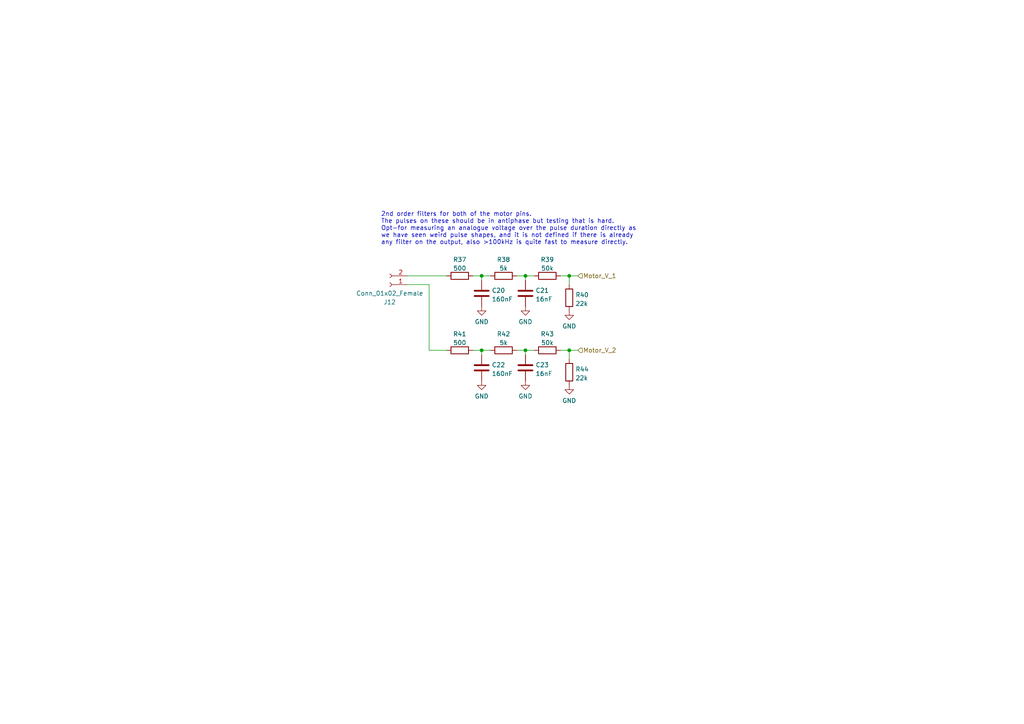
<source format=kicad_sch>
(kicad_sch (version 20211123) (generator eeschema)

  (uuid 2ace82ec-2919-4163-8455-5de7dde1de47)

  (paper "A4")

  (lib_symbols
    (symbol "Connector:Conn_01x02_Female" (pin_names (offset 1.016) hide) (in_bom yes) (on_board yes)
      (property "Reference" "J" (id 0) (at 0 2.54 0)
        (effects (font (size 1.27 1.27)))
      )
      (property "Value" "Conn_01x02_Female" (id 1) (at 0 -5.08 0)
        (effects (font (size 1.27 1.27)))
      )
      (property "Footprint" "" (id 2) (at 0 0 0)
        (effects (font (size 1.27 1.27)) hide)
      )
      (property "Datasheet" "~" (id 3) (at 0 0 0)
        (effects (font (size 1.27 1.27)) hide)
      )
      (property "ki_keywords" "connector" (id 4) (at 0 0 0)
        (effects (font (size 1.27 1.27)) hide)
      )
      (property "ki_description" "Generic connector, single row, 01x02, script generated (kicad-library-utils/schlib/autogen/connector/)" (id 5) (at 0 0 0)
        (effects (font (size 1.27 1.27)) hide)
      )
      (property "ki_fp_filters" "Connector*:*_1x??_*" (id 6) (at 0 0 0)
        (effects (font (size 1.27 1.27)) hide)
      )
      (symbol "Conn_01x02_Female_1_1"
        (arc (start 0 -2.032) (mid -0.508 -2.54) (end 0 -3.048)
          (stroke (width 0.1524) (type default) (color 0 0 0 0))
          (fill (type none))
        )
        (polyline
          (pts
            (xy -1.27 -2.54)
            (xy -0.508 -2.54)
          )
          (stroke (width 0.1524) (type default) (color 0 0 0 0))
          (fill (type none))
        )
        (polyline
          (pts
            (xy -1.27 0)
            (xy -0.508 0)
          )
          (stroke (width 0.1524) (type default) (color 0 0 0 0))
          (fill (type none))
        )
        (arc (start 0 0.508) (mid -0.508 0) (end 0 -0.508)
          (stroke (width 0.1524) (type default) (color 0 0 0 0))
          (fill (type none))
        )
        (pin passive line (at -5.08 0 0) (length 3.81)
          (name "Pin_1" (effects (font (size 1.27 1.27))))
          (number "1" (effects (font (size 1.27 1.27))))
        )
        (pin passive line (at -5.08 -2.54 0) (length 3.81)
          (name "Pin_2" (effects (font (size 1.27 1.27))))
          (number "2" (effects (font (size 1.27 1.27))))
        )
      )
    )
    (symbol "Device:C" (pin_numbers hide) (pin_names (offset 0.254)) (in_bom yes) (on_board yes)
      (property "Reference" "C" (id 0) (at 0.635 2.54 0)
        (effects (font (size 1.27 1.27)) (justify left))
      )
      (property "Value" "C" (id 1) (at 0.635 -2.54 0)
        (effects (font (size 1.27 1.27)) (justify left))
      )
      (property "Footprint" "" (id 2) (at 0.9652 -3.81 0)
        (effects (font (size 1.27 1.27)) hide)
      )
      (property "Datasheet" "~" (id 3) (at 0 0 0)
        (effects (font (size 1.27 1.27)) hide)
      )
      (property "ki_keywords" "cap capacitor" (id 4) (at 0 0 0)
        (effects (font (size 1.27 1.27)) hide)
      )
      (property "ki_description" "Unpolarized capacitor" (id 5) (at 0 0 0)
        (effects (font (size 1.27 1.27)) hide)
      )
      (property "ki_fp_filters" "C_*" (id 6) (at 0 0 0)
        (effects (font (size 1.27 1.27)) hide)
      )
      (symbol "C_0_1"
        (polyline
          (pts
            (xy -2.032 -0.762)
            (xy 2.032 -0.762)
          )
          (stroke (width 0.508) (type default) (color 0 0 0 0))
          (fill (type none))
        )
        (polyline
          (pts
            (xy -2.032 0.762)
            (xy 2.032 0.762)
          )
          (stroke (width 0.508) (type default) (color 0 0 0 0))
          (fill (type none))
        )
      )
      (symbol "C_1_1"
        (pin passive line (at 0 3.81 270) (length 2.794)
          (name "~" (effects (font (size 1.27 1.27))))
          (number "1" (effects (font (size 1.27 1.27))))
        )
        (pin passive line (at 0 -3.81 90) (length 2.794)
          (name "~" (effects (font (size 1.27 1.27))))
          (number "2" (effects (font (size 1.27 1.27))))
        )
      )
    )
    (symbol "Device:R" (pin_numbers hide) (pin_names (offset 0)) (in_bom yes) (on_board yes)
      (property "Reference" "R" (id 0) (at 2.032 0 90)
        (effects (font (size 1.27 1.27)))
      )
      (property "Value" "R" (id 1) (at 0 0 90)
        (effects (font (size 1.27 1.27)))
      )
      (property "Footprint" "" (id 2) (at -1.778 0 90)
        (effects (font (size 1.27 1.27)) hide)
      )
      (property "Datasheet" "~" (id 3) (at 0 0 0)
        (effects (font (size 1.27 1.27)) hide)
      )
      (property "ki_keywords" "R res resistor" (id 4) (at 0 0 0)
        (effects (font (size 1.27 1.27)) hide)
      )
      (property "ki_description" "Resistor" (id 5) (at 0 0 0)
        (effects (font (size 1.27 1.27)) hide)
      )
      (property "ki_fp_filters" "R_*" (id 6) (at 0 0 0)
        (effects (font (size 1.27 1.27)) hide)
      )
      (symbol "R_0_1"
        (rectangle (start -1.016 -2.54) (end 1.016 2.54)
          (stroke (width 0.254) (type default) (color 0 0 0 0))
          (fill (type none))
        )
      )
      (symbol "R_1_1"
        (pin passive line (at 0 3.81 270) (length 1.27)
          (name "~" (effects (font (size 1.27 1.27))))
          (number "1" (effects (font (size 1.27 1.27))))
        )
        (pin passive line (at 0 -3.81 90) (length 1.27)
          (name "~" (effects (font (size 1.27 1.27))))
          (number "2" (effects (font (size 1.27 1.27))))
        )
      )
    )
    (symbol "power:GND" (power) (pin_names (offset 0)) (in_bom yes) (on_board yes)
      (property "Reference" "#PWR" (id 0) (at 0 -6.35 0)
        (effects (font (size 1.27 1.27)) hide)
      )
      (property "Value" "GND" (id 1) (at 0 -3.81 0)
        (effects (font (size 1.27 1.27)))
      )
      (property "Footprint" "" (id 2) (at 0 0 0)
        (effects (font (size 1.27 1.27)) hide)
      )
      (property "Datasheet" "" (id 3) (at 0 0 0)
        (effects (font (size 1.27 1.27)) hide)
      )
      (property "ki_keywords" "power-flag" (id 4) (at 0 0 0)
        (effects (font (size 1.27 1.27)) hide)
      )
      (property "ki_description" "Power symbol creates a global label with name \"GND\" , ground" (id 5) (at 0 0 0)
        (effects (font (size 1.27 1.27)) hide)
      )
      (symbol "GND_0_1"
        (polyline
          (pts
            (xy 0 0)
            (xy 0 -1.27)
            (xy 1.27 -1.27)
            (xy 0 -2.54)
            (xy -1.27 -1.27)
            (xy 0 -1.27)
          )
          (stroke (width 0) (type default) (color 0 0 0 0))
          (fill (type none))
        )
      )
      (symbol "GND_1_1"
        (pin power_in line (at 0 0 270) (length 0) hide
          (name "GND" (effects (font (size 1.27 1.27))))
          (number "1" (effects (font (size 1.27 1.27))))
        )
      )
    )
  )

  (junction (at 139.7 101.6) (diameter 0) (color 0 0 0 0)
    (uuid 03e4a259-be24-4868-856a-599449779656)
  )
  (junction (at 152.4 80.01) (diameter 0) (color 0 0 0 0)
    (uuid 0ce488f0-80f0-48e9-a161-c8873082bd3c)
  )
  (junction (at 165.1 101.6) (diameter 0) (color 0 0 0 0)
    (uuid 5408c619-adaa-4c99-9b4e-24c2c5e4629e)
  )
  (junction (at 152.4 101.6) (diameter 0) (color 0 0 0 0)
    (uuid 7cad5c87-1f9e-42c5-a60a-f0768da261c1)
  )
  (junction (at 165.1 80.01) (diameter 0) (color 0 0 0 0)
    (uuid 9cfca506-fd31-4b5a-906e-36afde40e08e)
  )
  (junction (at 139.7 80.01) (diameter 0) (color 0 0 0 0)
    (uuid de5a4384-2eb3-4155-9981-9d7504a43563)
  )

  (wire (pts (xy 152.4 101.6) (xy 152.4 102.87))
    (stroke (width 0) (type default) (color 0 0 0 0))
    (uuid 02114f20-ecb2-4f8a-90e3-4a8fa34cf76d)
  )
  (wire (pts (xy 152.4 101.6) (xy 154.94 101.6))
    (stroke (width 0) (type default) (color 0 0 0 0))
    (uuid 08baa9d4-6c3b-4f75-b8f1-aa58bad25f6e)
  )
  (wire (pts (xy 149.86 80.01) (xy 152.4 80.01))
    (stroke (width 0) (type default) (color 0 0 0 0))
    (uuid 12b6c000-bde8-41e1-b09e-11e7287f1118)
  )
  (wire (pts (xy 165.1 80.01) (xy 167.64 80.01))
    (stroke (width 0) (type default) (color 0 0 0 0))
    (uuid 25f2db8f-0b4f-408b-8df3-44e9e26a14b3)
  )
  (wire (pts (xy 139.7 101.6) (xy 139.7 102.87))
    (stroke (width 0) (type default) (color 0 0 0 0))
    (uuid 4621f149-61cb-4c40-8b3c-575335091b66)
  )
  (wire (pts (xy 152.4 80.01) (xy 152.4 81.28))
    (stroke (width 0) (type default) (color 0 0 0 0))
    (uuid 67435dde-c93a-40ce-a552-05c926ef91e2)
  )
  (wire (pts (xy 165.1 101.6) (xy 167.64 101.6))
    (stroke (width 0) (type default) (color 0 0 0 0))
    (uuid 6ca55227-3ce0-4427-9bf0-316be3d703ec)
  )
  (wire (pts (xy 139.7 101.6) (xy 142.24 101.6))
    (stroke (width 0) (type default) (color 0 0 0 0))
    (uuid 6d1dc9d3-e2c1-4bb1-8273-f536b93c65f6)
  )
  (wire (pts (xy 162.56 80.01) (xy 165.1 80.01))
    (stroke (width 0) (type default) (color 0 0 0 0))
    (uuid 74b3bc39-b1b4-4d90-9429-1ae0ae21a422)
  )
  (wire (pts (xy 124.46 101.6) (xy 129.54 101.6))
    (stroke (width 0) (type default) (color 0 0 0 0))
    (uuid 750553f5-caa5-4f80-b4ab-fc618ae7a9e8)
  )
  (wire (pts (xy 124.46 82.55) (xy 124.46 101.6))
    (stroke (width 0) (type default) (color 0 0 0 0))
    (uuid 79c12ca9-7afc-424a-be33-bb51f6afa64a)
  )
  (wire (pts (xy 149.86 101.6) (xy 152.4 101.6))
    (stroke (width 0) (type default) (color 0 0 0 0))
    (uuid 876f2e74-6c88-49dd-b0af-fd349ac92c10)
  )
  (wire (pts (xy 152.4 80.01) (xy 154.94 80.01))
    (stroke (width 0) (type default) (color 0 0 0 0))
    (uuid 8e219be8-d067-4769-aa1e-f50e8ed40c47)
  )
  (wire (pts (xy 139.7 80.01) (xy 142.24 80.01))
    (stroke (width 0) (type default) (color 0 0 0 0))
    (uuid 91a46eab-68a7-4f1a-a0d6-fb102e3ccbc1)
  )
  (wire (pts (xy 165.1 80.01) (xy 165.1 82.55))
    (stroke (width 0) (type default) (color 0 0 0 0))
    (uuid 9564241b-55b8-4eda-bba0-7b1ee414977d)
  )
  (wire (pts (xy 162.56 101.6) (xy 165.1 101.6))
    (stroke (width 0) (type default) (color 0 0 0 0))
    (uuid 95de1515-15df-431c-804a-7a1c64b413ad)
  )
  (wire (pts (xy 137.16 80.01) (xy 139.7 80.01))
    (stroke (width 0) (type default) (color 0 0 0 0))
    (uuid a8d530c2-6e28-4eea-b402-153eb1963381)
  )
  (wire (pts (xy 118.11 80.01) (xy 129.54 80.01))
    (stroke (width 0) (type default) (color 0 0 0 0))
    (uuid b8c89b3a-f914-4364-9f5f-b87c2b324c6c)
  )
  (wire (pts (xy 118.11 82.55) (xy 124.46 82.55))
    (stroke (width 0) (type default) (color 0 0 0 0))
    (uuid c716f469-ed03-4536-b3d2-cf475f550be9)
  )
  (wire (pts (xy 139.7 80.01) (xy 139.7 81.28))
    (stroke (width 0) (type default) (color 0 0 0 0))
    (uuid cdc62eb0-2c0c-4cbd-bcd3-f0ccd6a7b372)
  )
  (wire (pts (xy 165.1 101.6) (xy 165.1 104.14))
    (stroke (width 0) (type default) (color 0 0 0 0))
    (uuid e2ed327d-1e1f-4926-8660-694a47352c5f)
  )
  (wire (pts (xy 137.16 101.6) (xy 139.7 101.6))
    (stroke (width 0) (type default) (color 0 0 0 0))
    (uuid efb28f3c-720a-4a24-bb89-9a894ef5e171)
  )

  (text "2nd order filters for both of the motor pins.\nThe pulses on these should be in antiphase but testing that is hard.\nOpt-for measuring an analogue voltage over the pulse duration directly as\nwe have seen weird pulse shapes, and it is not defined if there is already\nany filter on the output, also >100kHz is quite fast to measure directly."
    (at 110.49 71.12 0)
    (effects (font (size 1.27 1.27)) (justify left bottom))
    (uuid e82beee5-4d0d-4812-b774-c7c3844e3089)
  )

  (hierarchical_label "Motor_V_2" (shape input) (at 167.64 101.6 0)
    (effects (font (size 1.27 1.27)) (justify left))
    (uuid 6a6e344f-c12e-43ed-8241-ff70fa9b83ea)
  )
  (hierarchical_label "Motor_V_1" (shape input) (at 167.64 80.01 0)
    (effects (font (size 1.27 1.27)) (justify left))
    (uuid 8f58a583-408f-410e-bc90-3e63ee87e9c5)
  )

  (symbol (lib_id "Device:C") (at 139.7 106.68 0)
    (in_bom yes) (on_board yes) (fields_autoplaced)
    (uuid 1cb7b4ed-6348-487e-9c4c-4a7890a1d574)
    (property "Reference" "C22" (id 0) (at 142.621 105.8453 0)
      (effects (font (size 1.27 1.27)) (justify left))
    )
    (property "Value" "160nF" (id 1) (at 142.621 108.3822 0)
      (effects (font (size 1.27 1.27)) (justify left))
    )
    (property "Footprint" "" (id 2) (at 140.6652 110.49 0)
      (effects (font (size 1.27 1.27)) hide)
    )
    (property "Datasheet" "~" (id 3) (at 139.7 106.68 0)
      (effects (font (size 1.27 1.27)) hide)
    )
    (pin "1" (uuid be18c44b-1f2b-4e99-9727-7360e388e6fb))
    (pin "2" (uuid 713b6cdc-433b-4a7f-99ae-be9d4be435ce))
  )

  (symbol (lib_id "power:GND") (at 152.4 88.9 0)
    (in_bom yes) (on_board yes) (fields_autoplaced)
    (uuid 1ce6a8ab-b068-44a4-bae0-a8528e9ea956)
    (property "Reference" "#PWR044" (id 0) (at 152.4 95.25 0)
      (effects (font (size 1.27 1.27)) hide)
    )
    (property "Value" "GND" (id 1) (at 152.4 93.3434 0))
    (property "Footprint" "" (id 2) (at 152.4 88.9 0)
      (effects (font (size 1.27 1.27)) hide)
    )
    (property "Datasheet" "" (id 3) (at 152.4 88.9 0)
      (effects (font (size 1.27 1.27)) hide)
    )
    (pin "1" (uuid 1018e5c0-ed78-46d8-be56-d3543c5e0f11))
  )

  (symbol (lib_id "Device:C") (at 152.4 85.09 0)
    (in_bom yes) (on_board yes) (fields_autoplaced)
    (uuid 1e8b57b8-0f8d-4052-acc2-14d1e8c9b5f6)
    (property "Reference" "C21" (id 0) (at 155.321 84.2553 0)
      (effects (font (size 1.27 1.27)) (justify left))
    )
    (property "Value" "16nF" (id 1) (at 155.321 86.7922 0)
      (effects (font (size 1.27 1.27)) (justify left))
    )
    (property "Footprint" "" (id 2) (at 153.3652 88.9 0)
      (effects (font (size 1.27 1.27)) hide)
    )
    (property "Datasheet" "~" (id 3) (at 152.4 85.09 0)
      (effects (font (size 1.27 1.27)) hide)
    )
    (pin "1" (uuid bf5a7336-5048-44e3-83a5-3ec2100645a6))
    (pin "2" (uuid 33a05925-2dba-4b34-a35c-d53db40698b7))
  )

  (symbol (lib_id "Device:R") (at 158.75 80.01 90)
    (in_bom yes) (on_board yes) (fields_autoplaced)
    (uuid 288269b3-9427-4d3a-9b9c-fbad3ecd4ef6)
    (property "Reference" "R39" (id 0) (at 158.75 75.2942 90))
    (property "Value" "50k" (id 1) (at 158.75 77.8311 90))
    (property "Footprint" "" (id 2) (at 158.75 81.788 90)
      (effects (font (size 1.27 1.27)) hide)
    )
    (property "Datasheet" "~" (id 3) (at 158.75 80.01 0)
      (effects (font (size 1.27 1.27)) hide)
    )
    (pin "1" (uuid d49231a6-7dd0-45f7-b853-73e2b6d45805))
    (pin "2" (uuid 68be84dd-9dce-4c01-81be-aabb95accfb5))
  )

  (symbol (lib_id "Device:R") (at 133.35 101.6 90)
    (in_bom yes) (on_board yes) (fields_autoplaced)
    (uuid 2bcbacc3-3a7d-4f59-a1b4-17eef335fad9)
    (property "Reference" "R41" (id 0) (at 133.35 96.8842 90))
    (property "Value" "500" (id 1) (at 133.35 99.4211 90))
    (property "Footprint" "" (id 2) (at 133.35 103.378 90)
      (effects (font (size 1.27 1.27)) hide)
    )
    (property "Datasheet" "~" (id 3) (at 133.35 101.6 0)
      (effects (font (size 1.27 1.27)) hide)
    )
    (pin "1" (uuid d58f3d6d-728e-4146-b372-4ab2eacd89e7))
    (pin "2" (uuid 78b12813-541b-4773-986f-74705c866bcf))
  )

  (symbol (lib_id "Connector:Conn_01x02_Female") (at 113.03 82.55 180)
    (in_bom yes) (on_board yes)
    (uuid 2ff47ef0-ad9f-43dc-a5f8-26b197a35924)
    (property "Reference" "J12" (id 0) (at 113.03 87.63 0))
    (property "Value" "Conn_01x02_Female" (id 1) (at 113.03 85.09 0))
    (property "Footprint" "" (id 2) (at 113.03 82.55 0)
      (effects (font (size 1.27 1.27)) hide)
    )
    (property "Datasheet" "~" (id 3) (at 113.03 82.55 0)
      (effects (font (size 1.27 1.27)) hide)
    )
    (pin "1" (uuid 46e9d9ed-8f0b-4a4f-be31-7ee05ebbd10d))
    (pin "2" (uuid f0f1dbf9-cfb4-40d6-b8b0-73ab8d88a248))
  )

  (symbol (lib_id "Device:R") (at 146.05 80.01 90)
    (in_bom yes) (on_board yes) (fields_autoplaced)
    (uuid 34fd8d1a-f6a6-4608-9d42-0c88ad173072)
    (property "Reference" "R38" (id 0) (at 146.05 75.2942 90))
    (property "Value" "5k" (id 1) (at 146.05 77.8311 90))
    (property "Footprint" "" (id 2) (at 146.05 81.788 90)
      (effects (font (size 1.27 1.27)) hide)
    )
    (property "Datasheet" "~" (id 3) (at 146.05 80.01 0)
      (effects (font (size 1.27 1.27)) hide)
    )
    (pin "1" (uuid f2761729-a859-414e-8d2f-dbe039daf844))
    (pin "2" (uuid aa9f394b-301a-40a1-9f78-23860cd028e5))
  )

  (symbol (lib_id "Device:C") (at 152.4 106.68 0)
    (in_bom yes) (on_board yes) (fields_autoplaced)
    (uuid 4ae45ac8-3376-4ccc-bc8e-0394429668ff)
    (property "Reference" "C23" (id 0) (at 155.321 105.8453 0)
      (effects (font (size 1.27 1.27)) (justify left))
    )
    (property "Value" "16nF" (id 1) (at 155.321 108.3822 0)
      (effects (font (size 1.27 1.27)) (justify left))
    )
    (property "Footprint" "" (id 2) (at 153.3652 110.49 0)
      (effects (font (size 1.27 1.27)) hide)
    )
    (property "Datasheet" "~" (id 3) (at 152.4 106.68 0)
      (effects (font (size 1.27 1.27)) hide)
    )
    (pin "1" (uuid 63545e98-9e09-4386-9d55-f0ea69065b2f))
    (pin "2" (uuid 1303e071-a1f6-4112-b368-578455fd7dd4))
  )

  (symbol (lib_id "Device:R") (at 133.35 80.01 90)
    (in_bom yes) (on_board yes) (fields_autoplaced)
    (uuid 4d4d3da5-1806-4da9-9020-cd322239dcb0)
    (property "Reference" "R37" (id 0) (at 133.35 75.2942 90))
    (property "Value" "500" (id 1) (at 133.35 77.8311 90))
    (property "Footprint" "" (id 2) (at 133.35 81.788 90)
      (effects (font (size 1.27 1.27)) hide)
    )
    (property "Datasheet" "~" (id 3) (at 133.35 80.01 0)
      (effects (font (size 1.27 1.27)) hide)
    )
    (pin "1" (uuid 36205690-77c8-4d41-a11e-e2acdd7b881f))
    (pin "2" (uuid 5e661f81-53e7-4f9b-86c4-4d61d36dad0f))
  )

  (symbol (lib_id "Device:R") (at 165.1 86.36 180)
    (in_bom yes) (on_board yes) (fields_autoplaced)
    (uuid 58a2b0c8-3ddc-410c-b2e7-901646ba5c6c)
    (property "Reference" "R40" (id 0) (at 166.878 85.5253 0)
      (effects (font (size 1.27 1.27)) (justify right))
    )
    (property "Value" "22k" (id 1) (at 166.878 88.0622 0)
      (effects (font (size 1.27 1.27)) (justify right))
    )
    (property "Footprint" "" (id 2) (at 166.878 86.36 90)
      (effects (font (size 1.27 1.27)) hide)
    )
    (property "Datasheet" "~" (id 3) (at 165.1 86.36 0)
      (effects (font (size 1.27 1.27)) hide)
    )
    (pin "1" (uuid ec33a2b4-35a6-49ae-a8f3-471befcb4297))
    (pin "2" (uuid 2f340399-6f5e-4f99-aecf-d28625e68a62))
  )

  (symbol (lib_id "power:GND") (at 165.1 111.76 0)
    (in_bom yes) (on_board yes) (fields_autoplaced)
    (uuid 7ab8adb7-01c9-4cb3-9450-6de955516f7e)
    (property "Reference" "#PWR048" (id 0) (at 165.1 118.11 0)
      (effects (font (size 1.27 1.27)) hide)
    )
    (property "Value" "GND" (id 1) (at 165.1 116.2034 0))
    (property "Footprint" "" (id 2) (at 165.1 111.76 0)
      (effects (font (size 1.27 1.27)) hide)
    )
    (property "Datasheet" "" (id 3) (at 165.1 111.76 0)
      (effects (font (size 1.27 1.27)) hide)
    )
    (pin "1" (uuid 68bf3327-0271-4f5d-a880-fa6ea9c57cd1))
  )

  (symbol (lib_id "power:GND") (at 139.7 88.9 0)
    (in_bom yes) (on_board yes) (fields_autoplaced)
    (uuid 7ca3e9ae-5003-4d40-a1f4-a2a5020d5993)
    (property "Reference" "#PWR043" (id 0) (at 139.7 95.25 0)
      (effects (font (size 1.27 1.27)) hide)
    )
    (property "Value" "GND" (id 1) (at 139.7 93.3434 0))
    (property "Footprint" "" (id 2) (at 139.7 88.9 0)
      (effects (font (size 1.27 1.27)) hide)
    )
    (property "Datasheet" "" (id 3) (at 139.7 88.9 0)
      (effects (font (size 1.27 1.27)) hide)
    )
    (pin "1" (uuid 1336ce24-0d9b-4d1c-bd0c-7636bf578705))
  )

  (symbol (lib_id "power:GND") (at 152.4 110.49 0)
    (in_bom yes) (on_board yes) (fields_autoplaced)
    (uuid 81f47030-ed72-4363-8d30-778512aead03)
    (property "Reference" "#PWR047" (id 0) (at 152.4 116.84 0)
      (effects (font (size 1.27 1.27)) hide)
    )
    (property "Value" "GND" (id 1) (at 152.4 114.9334 0))
    (property "Footprint" "" (id 2) (at 152.4 110.49 0)
      (effects (font (size 1.27 1.27)) hide)
    )
    (property "Datasheet" "" (id 3) (at 152.4 110.49 0)
      (effects (font (size 1.27 1.27)) hide)
    )
    (pin "1" (uuid 6968c86c-64d1-46e6-adf6-021bea672f96))
  )

  (symbol (lib_id "power:GND") (at 165.1 90.17 0)
    (in_bom yes) (on_board yes) (fields_autoplaced)
    (uuid b608635e-85a4-401e-88c8-14c48184a22b)
    (property "Reference" "#PWR045" (id 0) (at 165.1 96.52 0)
      (effects (font (size 1.27 1.27)) hide)
    )
    (property "Value" "GND" (id 1) (at 165.1 94.6134 0))
    (property "Footprint" "" (id 2) (at 165.1 90.17 0)
      (effects (font (size 1.27 1.27)) hide)
    )
    (property "Datasheet" "" (id 3) (at 165.1 90.17 0)
      (effects (font (size 1.27 1.27)) hide)
    )
    (pin "1" (uuid 2316768e-cc0b-46d5-9bca-6c5bc172b669))
  )

  (symbol (lib_id "power:GND") (at 139.7 110.49 0)
    (in_bom yes) (on_board yes) (fields_autoplaced)
    (uuid c0e494e6-9afb-4ade-a5e5-921c391f6447)
    (property "Reference" "#PWR046" (id 0) (at 139.7 116.84 0)
      (effects (font (size 1.27 1.27)) hide)
    )
    (property "Value" "GND" (id 1) (at 139.7 114.9334 0))
    (property "Footprint" "" (id 2) (at 139.7 110.49 0)
      (effects (font (size 1.27 1.27)) hide)
    )
    (property "Datasheet" "" (id 3) (at 139.7 110.49 0)
      (effects (font (size 1.27 1.27)) hide)
    )
    (pin "1" (uuid c2c4cb9d-e02e-4399-ac5c-55936df83edd))
  )

  (symbol (lib_id "Device:R") (at 165.1 107.95 180)
    (in_bom yes) (on_board yes) (fields_autoplaced)
    (uuid c1d45980-10a9-4430-9b98-4b1210fc1647)
    (property "Reference" "R44" (id 0) (at 166.878 107.1153 0)
      (effects (font (size 1.27 1.27)) (justify right))
    )
    (property "Value" "22k" (id 1) (at 166.878 109.6522 0)
      (effects (font (size 1.27 1.27)) (justify right))
    )
    (property "Footprint" "" (id 2) (at 166.878 107.95 90)
      (effects (font (size 1.27 1.27)) hide)
    )
    (property "Datasheet" "~" (id 3) (at 165.1 107.95 0)
      (effects (font (size 1.27 1.27)) hide)
    )
    (pin "1" (uuid 2cc83ebd-657b-46dd-97db-64103263c0a3))
    (pin "2" (uuid 0f72741e-be8a-4c68-9a79-27ff0b6b04dc))
  )

  (symbol (lib_id "Device:C") (at 139.7 85.09 0)
    (in_bom yes) (on_board yes) (fields_autoplaced)
    (uuid cbf991c6-ac34-44d4-a76d-453af2aaaae5)
    (property "Reference" "C20" (id 0) (at 142.621 84.2553 0)
      (effects (font (size 1.27 1.27)) (justify left))
    )
    (property "Value" "160nF" (id 1) (at 142.621 86.7922 0)
      (effects (font (size 1.27 1.27)) (justify left))
    )
    (property "Footprint" "" (id 2) (at 140.6652 88.9 0)
      (effects (font (size 1.27 1.27)) hide)
    )
    (property "Datasheet" "~" (id 3) (at 139.7 85.09 0)
      (effects (font (size 1.27 1.27)) hide)
    )
    (pin "1" (uuid 04fedee4-d09b-49d4-ac9f-57810dc75397))
    (pin "2" (uuid 7bbd8e86-fc87-400d-9584-c6ac6def897d))
  )

  (symbol (lib_id "Device:R") (at 158.75 101.6 90)
    (in_bom yes) (on_board yes) (fields_autoplaced)
    (uuid cd1c4430-ad18-45b8-95e7-385d9013564d)
    (property "Reference" "R43" (id 0) (at 158.75 96.8842 90))
    (property "Value" "50k" (id 1) (at 158.75 99.4211 90))
    (property "Footprint" "" (id 2) (at 158.75 103.378 90)
      (effects (font (size 1.27 1.27)) hide)
    )
    (property "Datasheet" "~" (id 3) (at 158.75 101.6 0)
      (effects (font (size 1.27 1.27)) hide)
    )
    (pin "1" (uuid ecef3ba8-b4f6-4658-829a-064b76f85253))
    (pin "2" (uuid 6d931d25-3b02-4909-a389-cb46ee32eadf))
  )

  (symbol (lib_id "Device:R") (at 146.05 101.6 90)
    (in_bom yes) (on_board yes) (fields_autoplaced)
    (uuid f1de5703-4529-408f-b702-2c6b0d6ebd89)
    (property "Reference" "R42" (id 0) (at 146.05 96.8842 90))
    (property "Value" "5k" (id 1) (at 146.05 99.4211 90))
    (property "Footprint" "" (id 2) (at 146.05 103.378 90)
      (effects (font (size 1.27 1.27)) hide)
    )
    (property "Datasheet" "~" (id 3) (at 146.05 101.6 0)
      (effects (font (size 1.27 1.27)) hide)
    )
    (pin "1" (uuid 77fbd0c1-64d0-454f-8de0-52bab5a94b74))
    (pin "2" (uuid e48e26d0-526b-4634-831f-12a87f62f4a4))
  )
)

</source>
